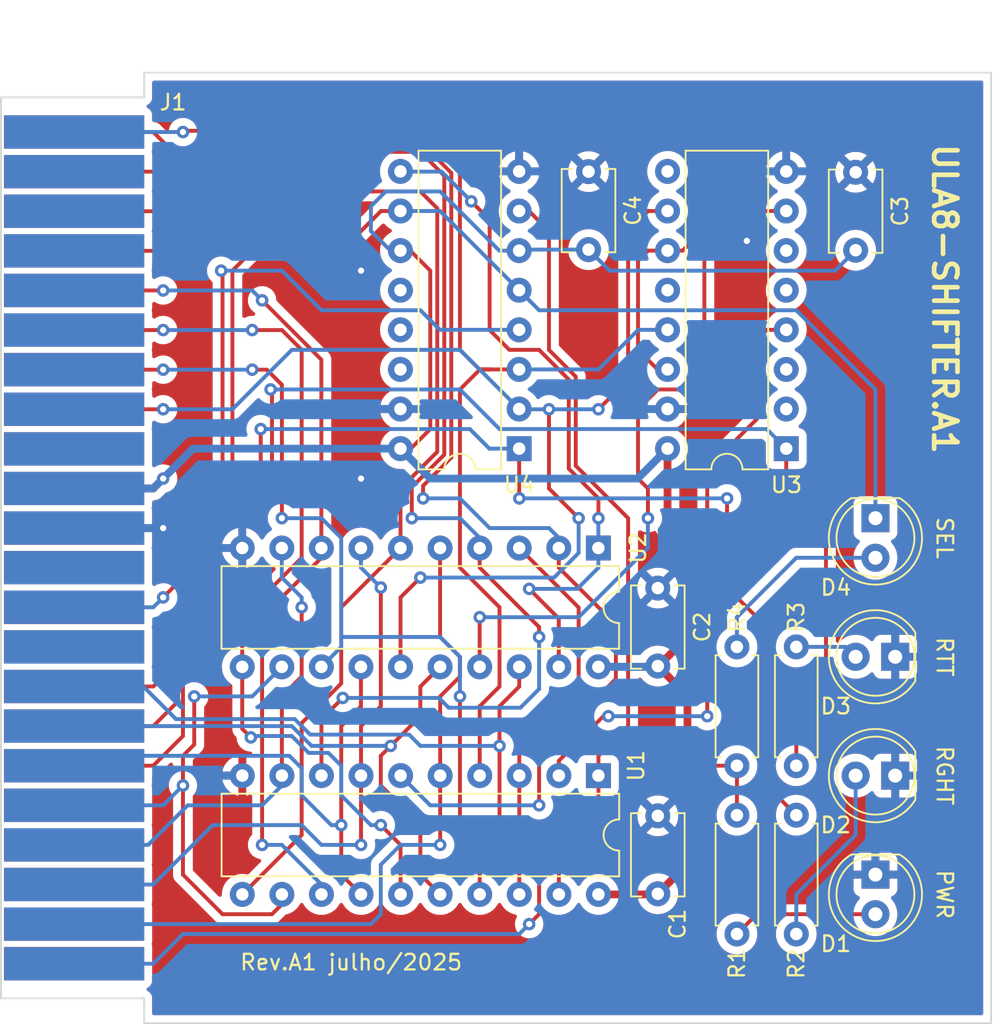
<source format=kicad_pcb>
(kicad_pcb (version 20211014) (generator pcbnew)
  (layers (0 "F.Cu" signal) (31 "B.Cu" signal) (34 "B.Paste" user) (35 "F.Paste" user) (36 "B.SilkS" user "B.Silkscreen") (37 "F.SilkS" user "F.Silkscreen") (38 "B.Mask" user) (39 "F.Mask" user) (44 "Edge.Cuts" user))
  (net 0 "")
  (net 1 "GND")
  (net 2 "+5V")
  (net 3 "Net-(D1-Pad2)")
  (net 4 "Net-(D2-Pad2)")
  (net 5 "lower_bus0")
  (net 6 "lower_bus1")
  (net 7 "lower_bus2")
  (net 8 "lower_bus3")
  (net 9 "lower_bus4")
  (net 10 "lower_bus5")
  (net 11 "lower_bus6")
  (net 12 "lower_bus7")
  (net 17 "n_select")
  (net 18 "Net-(R3-Pad2)")
  (net 19 "Net-(R4-Pad2)")
  (net 25 "carry_in")
  (net 28 "ula_bus0")
  (net 29 "ula_bus1")
  (net 30 "ula_bus2")
  (net 31 "ula_bus3")
  (net 32 "ula_bus4")
  (net 33 "ula_bus5")
  (net 34 "ula_bus6")
  (net 35 "ula_bus7")
  (net 36 "option_rigth")
  (net 37 "option_rotate")
  (net 46 "carry_out")
  (net 47 "n_shift_left")
  (net 48 "Net-(U1-Pad2)")
  (net 49 "n_shift_right")
  (net 50 "Net-(U2-Pad17)")
  (footprint "Package_DIP:DIP-20_W7.62mm" (layer "F.Cu") (at 66.675 69.85 -90)
    (fp_text reference "U1")
    (fp_text value "74LS244")
  )
  (footprint "LED_THT:LED_D5.0mm" (layer "F.Cu") (at 85.725 69.85 180)
    (fp_text reference "D2")
    (fp_text value "LED")
  )
  (footprint "Capacitor_THT:C_Disc_D5.1mm_W3.2mm_P5.00mm" (layer "F.Cu") (at 83.185 31.155 -90)
    (fp_text reference "C3")
    (fp_text value "100nF")
  )
  (footprint "edge_connector:edge-connector-44" (layer "F.Cu") (at 33.02 28.575)
    (fp_text reference "J1")
    (fp_text value "ula8a")
    (fp_line (start 4.5 -2.22) (end 4.5 -3.81) (layer "Edge.Cuts") (width 0.12))
    (fp_line (start -4.699 -2.22) (end -4.699 55.56) (layer "Edge.Cuts") (width 0.12))
    (fp_line (start 4.5 55.56) (end 4.5 57.15) (layer "Edge.Cuts") (width 0.12))
    (fp_line (start -4.699 55.56) (end 4.5 55.56) (layer "Edge.Cuts") (width 0.12))
    (fp_line (start -4.699 -2.22) (end 4.5 -2.22) (layer "Edge.Cuts") (width 0.12))
  )
  (footprint "Package_DIP:DIP-16_W7.62mm" (layer "F.Cu") (at 78.73 48.88 180)
    (fp_text reference "U3")
    (fp_text value "74LS157")
  )
  (footprint "Resistor_THT:R_Axial_DIN0207_L6.3mm_D2.5mm_P7.62mm_Horizontal" (layer "F.Cu") (at 75.565 69.215 90)
    (fp_text reference "R4")
    (fp_text value "1K")
  )
  (footprint "Capacitor_THT:C_Disc_D5.1mm_W3.2mm_P5.00mm" (layer "F.Cu") (at 70.485 72.43 -90)
    (fp_text reference "C1")
    (fp_text value "100nF")
  )
  (footprint "Resistor_THT:R_Axial_DIN0207_L6.3mm_D2.5mm_P7.62mm_Horizontal" (layer "F.Cu") (at 79.375 72.39 -90)
    (fp_text reference "R2")
    (fp_text value "1K")
  )
  (footprint "Resistor_THT:R_Axial_DIN0207_L6.3mm_D2.5mm_P7.62mm_Horizontal" (layer "F.Cu") (at 79.375 69.215 90)
    (fp_text reference "R3")
    (fp_text value "1K")
  )
  (footprint "Package_DIP:DIP-16_W7.62mm" (layer "F.Cu") (at 61.585 48.88 180)
    (fp_text reference "U4")
    (fp_text value "74LS157")
  )
  (footprint "LED_THT:LED_D5.0mm" (layer "F.Cu") (at 85.725 62.23 180)
    (fp_text reference "D3")
    (fp_text value "LED")
  )
  (footprint "Resistor_THT:R_Axial_DIN0207_L6.3mm_D2.5mm_P7.62mm_Horizontal" (layer "F.Cu") (at 75.565 72.39 -90)
    (fp_text reference "R1")
    (fp_text value "1K")
  )
  (footprint "Capacitor_THT:C_Disc_D5.1mm_W3.2mm_P5.00mm" (layer "F.Cu") (at 70.485 57.825 -90)
    (fp_text reference "C2")
    (fp_text value "100nF")
  )
  (footprint "LED_THT:LED_D5.0mm" (layer "F.Cu") (at 84.455 76.2 -90)
    (fp_text reference "D1")
    (fp_text value "LED")
  )
  (footprint "Package_DIP:DIP-20_W7.62mm" (layer "F.Cu") (at 66.67 55.255 -90)
    (fp_text reference "U2")
    (fp_text value "74LS244")
  )
  (footprint "LED_THT:LED_D5.0mm" (layer "F.Cu") (at 84.455 53.34 -90)
    (fp_text reference "D4")
    (fp_text value "LED")
  )
  (footprint "Capacitor_THT:C_Disc_D5.1mm_W3.2mm_P5.00mm" (layer "F.Cu") (at 66.04 31.115 -90)
    (fp_text reference "C4")
    (fp_text value "100nF")
  )
  (gr_line (start 91.881 85.725) (end 91.881 24.765) (layer "Edge.Cuts") (width 0.1))
  (gr_line (start 91.881 24.765) (end 37.52 24.765) (layer "Edge.Cuts") (width 0.1))
  (gr_line (start 37.52 85.725) (end 91.881 85.725) (layer "Edge.Cuts") (width 0.1))
  (gr_text "SEL" (at 88.9 54.61 270) (layer "F.SilkS") (effects (font (size 1 1))))
  (gr_text "PWR" (at 88.9 77.47 270) (layer "F.SilkS") (effects (font (size 1 1))))
  (gr_text "ULA8-SHIFTER.A1" (at 88.9 39.28 270) (layer "F.SilkS") (effects (font (size 1.5 1.5) (thickness 0.3))))
  (gr_text "RTT" (at 88.9 62.23 270) (layer "F.SilkS") (effects (font (size 1 1))))
  (gr_text "RGHT" (at 88.9 69.85 270) (layer "F.SilkS") (effects (font (size 1 1))))
  (gr_text "Rev.A1 julho/2025" (at 50.8 81.825) (layer "F.SilkS") (effects (font (size 1 1))))
  (via (at 76.2 35.56) (size 0.8) (drill 0.4) (layers "F.Cu" "B.Cu") (net 1))
  (via (at 51.435 37.465) (size 0.8) (drill 0.4) (layers "F.Cu" "B.Cu") (net 1))
  (via (at 38.735 53.975) (size 0.8) (drill 0.4) (layers "F.Cu" "B.Cu") (net 1))
  (via (at 51.435 50.8) (size 0.8) (drill 0.4) (layers "F.Cu" "B.Cu") (net 1))
  (segment (start 72.39 69.215) (end 72.39 64.73) (width 0.5) (layer "F.Cu") (net 2))
  (segment (start 72.39 55.245) (end 72.39 60.96) (width 0.5) (layer "F.Cu") (net 2))
  (segment (start 66.675 77.47) (end 69.215 77.47) (width 0.5) (layer "F.Cu") (net 2))
  (segment (start 70.485 77.43) (end 72.39 75.525) (width 0.5) (layer "F.Cu") (net 2))
  (segment (start 33.02 51.435) (end 38.1 51.435) (width 0.5) (layer "F.Cu") (net 2))
  (segment (start 72.39 75.525) (end 72.39 69.215) (width 0.5) (layer "F.Cu") (net 2))
  (segment (start 55.88 37.465) (end 55.88 47.625) (width 0.25) (layer "F.Cu") (net 2))
  (segment (start 75.565 69.215) (end 72.39 69.215) (width 0.25) (layer "F.Cu") (net 2))
  (segment (start 75.565 69.215) (end 75.565 72.39) (width 0.25) (layer "F.Cu") (net 2))
  (segment (start 70.445 77.47) (end 70.485 77.43) (width 0.5) (layer "F.Cu") (net 2))
  (segment (start 69.215 77.47) (end 70.445 77.47) (width 0.5) (layer "F.Cu") (net 2))
  (segment (start 54.625 48.88) (end 53.965 48.88) (width 0.25) (layer "F.Cu") (net 2))
  (segment (start 71.11 53.965) (end 72.39 55.245) (width 0.5) (layer "F.Cu") (net 2))
  (segment (start 54.595 36.18) (end 55.88 37.465) (width 0.25) (layer "F.Cu") (net 2))
  (segment (start 72.39 64.73) (end 70.485 62.825) (width 0.5) (layer "F.Cu") (net 2))
  (segment (start 55.88 47.625) (end 54.625 48.88) (width 0.25) (layer "F.Cu") (net 2))
  (segment (start 71.11 48.88) (end 71.11 53.965) (width 0.5) (layer "F.Cu") (net 2))
  (segment (start 53.965 36.18) (end 54.595 36.18) (width 0.25) (layer "F.Cu") (net 2))
  (segment (start 72.39 60.96) (end 70.475 62.875) (width 0.5) (layer "F.Cu") (net 2))
  (segment (start 38.1 51.435) (end 38.735 50.8) (width 0.5) (layer "F.Cu") (net 2))
  (via (at 38.735 50.8) (size 0.8) (drill 0.4) (layers "F.Cu" "B.Cu") (net 2))
  (segment (start 67.39 37.465) (end 81.875 37.465) (width 0.25) (layer "B.Cu") (net 2))
  (segment (start 60.31 36.18) (end 56.515 32.385) (width 0.25) (layer "B.Cu") (net 2))
  (segment (start 53.355 36.18) (end 53.965 36.18) (width 0.25) (layer "B.Cu") (net 2))
  (segment (start 38.735 50.8) (end 38.1 51.435) (width 0.5) (layer "B.Cu") (net 2))
  (segment (start 56.515 32.385) (end 53.0225 32.385) (width 0.25) (layer "B.Cu") (net 2))
  (segment (start 69.19 50.8) (end 71.11 48.88) (width 0.5) (layer "B.Cu") (net 2))
  (segment (start 66.04 36.115) (end 61.65 36.115) (width 0.25) (layer "B.Cu") (net 2))
  (segment (start 38.735 50.8) (end 40.655 48.88) (width 0.5) (layer "B.Cu") (net 2))
  (segment (start 52.07 34.925) (end 53.34 36.195) (width 0.25) (layer "B.Cu") (net 2))
  (segment (start 81.875 37.465) (end 83.185 36.155) (width 0.25) (layer "B.Cu") (net 2))
  (segment (start 53.965 48.88) (end 55.885 50.8) (width 0.5) (layer "B.Cu") (net 2))
  (segment (start 70.475 62.875) (end 66.67 62.875) (width 0.5) (layer "B.Cu") (net 2))
  (segment (start 66.67 62.875) (end 70.435 62.875) (width 0.5) (layer "B.Cu") (net 2))
  (segment (start 61.65 36.115) (end 61.585 36.18) (width 0.25) (layer "B.Cu") (net 2))
  (segment (start 52.07 33.3375) (end 52.07 34.925) (width 0.25) (layer "B.Cu") (net 2))
  (segment (start 70.435 62.875) (end 70.485 62.825) (width 0.5) (layer "B.Cu") (net 2))
  (segment (start 66.04 36.115) (end 67.39 37.465) (width 0.25) (layer "B.Cu") (net 2))
  (segment (start 61.585 36.18) (end 60.31 36.18) (width 0.25) (layer "B.Cu") (net 2))
  (segment (start 53.34 36.195) (end 53.355 36.18) (width 0.25) (layer "B.Cu") (net 2))
  (segment (start 38.1 51.435) (end 33.02 51.435) (width 0.5) (layer "B.Cu") (net 2))
  (segment (start 40.655 48.88) (end 53.965 48.88) (width 0.5) (layer "B.Cu") (net 2))
  (segment (start 53.0225 32.385) (end 52.07 33.3375) (width 0.25) (layer "B.Cu") (net 2))
  (segment (start 55.885 50.8) (end 69.19 50.8) (width 0.5) (layer "B.Cu") (net 2))
  (segment (start 76.835 78.74) (end 75.565 80.01) (width 0.25) (layer "F.Cu") (net 3))
  (segment (start 84.455 78.74) (end 76.835 78.74) (width 0.25) (layer "F.Cu") (net 3))
  (segment (start 79.375 80.01) (end 79.375 77.47) (width 0.25) (layer "B.Cu") (net 4))
  (segment (start 83.185 73.66) (end 83.185 69.85) (width 0.25) (layer "B.Cu") (net 4))
  (segment (start 79.375 77.47) (end 83.185 73.66) (width 0.25) (layer "B.Cu") (net 4))
  (segment (start 57.785 42.545) (end 59.04 43.8) (width 0.25) (layer "F.Cu") (net 5))
  (segment (start 59.705 43.8) (end 61.585 43.8) (width 0.25) (layer "F.Cu") (net 5))
  (segment (start 51.697605 28.94596) (end 55.617396 28.94596) (width 0.25) (layer "F.Cu") (net 5))
  (segment (start 59.07 43.8) (end 59.705 43.8) (width 0.25) (layer "F.Cu") (net 5))
  (segment (start 55.617396 28.94596) (end 57.785 31.113564) (width 0.25) (layer "F.Cu") (net 5))
  (segment (start 50.798564 29.845) (end 51.697605 28.94596) (width 0.25) (layer "F.Cu") (net 5))
  (segment (start 59.04 43.8) (end 59.705 43.8) (width 0.25) (layer "F.Cu") (net 5))
  (segment (start 60.325 64.135) (end 60.325 59.055) (width 0.25) (layer "F.Cu") (net 5))
  (segment (start 57.785 31.113564) (end 57.785 42.545) (width 0.25) (layer "F.Cu") (net 5))
  (segment (start 57.785 45.085) (end 59.07 43.8) (width 0.25) (layer "F.Cu") (net 5))
  (segment (start 33.02 28.575) (end 38.1 28.575) (width 0.25) (layer "F.Cu") (net 5))
  (segment (start 59.055 65.405) (end 60.325 64.135) (width 0.25) (layer "F.Cu") (net 5))
  (segment (start 39.37 29.845) (end 50.798564 29.845) (width 0.25) (layer "F.Cu") (net 5))
  (segment (start 60.325 59.055) (end 57.785 56.515) (width 0.25) (layer "F.Cu") (net 5))
  (segment (start 38.1 28.575) (end 39.37 29.845) (width 0.25) (layer "F.Cu") (net 5))
  (segment (start 57.785 56.515) (end 57.785 45.085) (width 0.25) (layer "F.Cu") (net 5))
  (segment (start 59.055 69.85) (end 59.055 65.405) (width 0.25) (layer "F.Cu") (net 5))
  (segment (start 69.23 41.26) (end 71.11 41.26) (width 0.25) (layer "B.Cu") (net 5))
  (segment (start 66.69 43.8) (end 69.23 41.26) (width 0.25) (layer "B.Cu") (net 5))
  (segment (start 61.585 43.8) (end 66.69 43.8) (width 0.25) (layer "B.Cu") (net 5))
  (segment (start 62.865 68.58) (end 67.794511 63.650489) (width 0.25) (layer "F.Cu") (net 6))
  (segment (start 67.794511 63.650489) (end 67.794511 60.174511) (width 0.25) (layer "F.Cu") (net 6))
  (segment (start 55.431197 29.39548) (end 51.883802 29.39548) (width 0.25) (layer "F.Cu") (net 6))
  (segment (start 67.794511 60.174511) (end 64.13 56.51) (width 0.25) (layer "F.Cu") (net 6))
  (segment (start 55.419 52.07) (end 55.419 51.262436) (width 0.25) (layer "F.Cu") (net 6))
  (segment (start 64.13 56.51) (end 64.13 55.255) (width 0.25) (layer "F.Cu") (net 6))
  (segment (start 51.883802 29.39548) (end 50.164282 31.115) (width 0.25) (layer "F.Cu") (net 6))
  (segment (start 57.22856 49.452875) (end 57.22856 31.192842) (width 0.25) (layer "F.Cu") (net 6))
  (segment (start 57.22856 31.192842) (end 55.431197 29.39548) (width 0.25) (layer "F.Cu") (net 6))
  (segment (start 62.865 71.755) (end 62.865 68.58) (width 0.25) (layer "F.Cu") (net 6))
  (segment (start 50.164282 31.115) (end 33.02 31.115) (width 0.25) (layer "F.Cu") (net 6))
  (segment (start 55.419 51.262436) (end 57.22856 49.452875) (width 0.25) (layer "F.Cu") (net 6))
  (via (at 62.865 71.755) (size 0.8) (drill 0.4) (layers "F.Cu" "B.Cu") (net 6))
  (via (at 55.419 52.07) (size 0.8) (drill 0.4) (layers "F.Cu" "B.Cu") (net 6))
  (segment (start 57.785 52.07) (end 59.69 53.975) (width 0.25) (layer "B.Cu") (net 6))
  (segment (start 59.69 53.975) (end 63.5 53.975) (width 0.25) (layer "B.Cu") (net 6))
  (segment (start 62.865 71.755) (end 55.88 71.755) (width 0.25) (layer "B.Cu") (net 6))
  (segment (start 63.5 53.975) (end 64.13 54.605) (width 0.25) (layer "B.Cu") (net 6))
  (segment (start 55.88 71.755) (end 53.975 69.85) (width 0.25) (layer "B.Cu") (net 6))
  (segment (start 55.419 52.07) (end 57.785 52.07) (width 0.25) (layer "B.Cu") (net 6))
  (segment (start 64.13 54.605) (end 64.13 55.255) (width 0.25) (layer "B.Cu") (net 6))
  (segment (start 54.6945 51.351218) (end 56.77904 49.266678) (width 0.25) (layer "F.Cu") (net 7))
  (segment (start 48.895 66.234791) (end 48.895 69.85) (width 0.25) (layer "F.Cu") (net 7))
  (segment (start 59.05 56.51) (end 59.05 55.255) (width 0.25) (layer "F.Cu") (net 7))
  (segment (start 56.77904 31.37904) (end 55.245 29.845) (width 0.25) (layer "F.Cu") (net 7))
  (segment (start 52.07 29.845) (end 49.97952 31.93548) (width 0.25) (layer "F.Cu") (net 7))
  (segment (start 50.262396 64.867395) (end 48.895 66.234791) (width 0.25) (layer "F.Cu") (net 7))
  (segment (start 56.77904 49.266678) (end 56.77904 31.37904) (width 0.25) (layer "F.Cu") (net 7))
  (segment (start 49.97952 31.93548) (end 39.81952 31.93548) (width 0.25) (layer "F.Cu") (net 7))
  (segment (start 62.865 60.325) (end 59.05 56.51) (width 0.25) (layer "F.Cu") (net 7))
  (segment (start 55.245 29.845) (end 52.07 29.845) (width 0.25) (layer "F.Cu") (net 7))
  (segment (start 39.81952 31.93548) (end 38.1 33.655) (width 0.25) (layer "F.Cu") (net 7))
  (segment (start 38.1 33.655) (end 33.02 33.655) (width 0.25) (layer "F.Cu") (net 7))
  (segment (start 54.6945 53.34) (end 54.6945 51.351218) (width 0.25) (layer "F.Cu") (net 7))
  (segment (start 62.865 60.96) (end 62.865 60.325) (width 0.25) (layer "F.Cu") (net 7))
  (via (at 50.262396 64.867395) (size 0.8) (drill 0.4) (layers "F.Cu" "B.Cu") (net 7))
  (via (at 54.6945 53.34) (size 0.8) (drill 0.4) (layers "F.Cu" "B.Cu") (net 7))
  (via (at 62.865 60.96) (size 0.8) (drill 0.4) (layers "F.Cu" "B.Cu") (net 7))
  (segment (start 57.785 53.34) (end 59.05 54.605) (width 0.25) (layer "B.Cu") (net 7))
  (segment (start 56.433373 64.867395) (end 57.060489 65.494511) (width 0.25) (layer "B.Cu") (net 7))
  (segment (start 62.865 64.29765) (end 61.668139 65.494511) (width 0.25) (layer "B.Cu") (net 7))
  (segment (start 50.262396 64.867395) (end 56.433373 64.867395) (width 0.25) (layer "B.Cu") (net 7))
  (segment (start 54.6945 53.34) (end 57.785 53.34) (width 0.25) (layer "B.Cu") (net 7))
  (segment (start 61.668139 65.494511) (end 57.060489 65.494511) (width 0.25) (layer "B.Cu") (net 7))
  (segment (start 59.05 54.605) (end 59.05 55.255) (width 0.25) (layer "B.Cu") (net 7))
  (segment (start 62.865 60.96) (end 62.865 64.29765) (width 0.25) (layer "B.Cu") (net 7))
  (segment (start 50.165 59.055) (end 50.165 63.940193) (width 0.25) (layer "F.Cu") (net 8))
  (segment (start 53.97 51.44) (end 53.97 55.255) (width 0.25) (layer "F.Cu") (net 8))
  (segment (start 38.1 36.195) (end 39.37 34.925) (width 0.25) (layer "F.Cu") (net 8))
  (segment (start 53.97 55.255) (end 52.845489 56.379511) (width 0.25) (layer "F.Cu") (net 8))
  (segment (start 56.32952 49.08048) (end 53.97 51.44) (width 0.25) (layer "F.Cu") (net 8))
  (segment (start 55.245 32.385) (end 56.32952 33.46952) (width 0.25) (layer "F.Cu") (net 8))
  (segment (start 52.840489 56.379511) (end 50.165 59.055) (width 0.25) (layer "F.Cu") (net 8))
  (segment (start 47.625 73.66) (end 43.815 77.47) (width 0.25) (layer "F.Cu") (net 8))
  (segment (start 40.005718 32.385) (end 55.245 32.385) (width 0.25) (layer "F.Cu") (net 8))
  (segment (start 50.165 63.940193) (end 47.625 66.480193) (width 0.25) (layer "F.Cu") (net 8))
  (segment (start 39.37 33.020718) (end 40.005718 32.385) (width 0.25) (layer "F.Cu") (net 8))
  (segment (start 47.625 66.480193) (end 47.625 73.66) (width 0.25) (layer "F.Cu") (net 8))
  (segment (start 56.32952 33.46952) (end 56.32952 49.08048) (width 0.25) (layer "F.Cu") (net 8))
  (segment (start 39.37 34.925) (end 39.37 33.020718) (width 0.25) (layer "F.Cu") (net 8))
  (segment (start 52.845489 56.379511) (end 52.840489 56.379511) (width 0.25) (layer "F.Cu") (net 8))
  (segment (start 33.02 36.195) (end 38.1 36.195) (width 0.25) (layer "F.Cu") (net 8))
  (segment (start 48.89 43.175) (end 48.89 55.255) (width 0.25) (layer "F.Cu") (net 9))
  (segment (start 48.89 55.885) (end 48.89 55.255) (width 0.25) (layer "F.Cu") (net 9))
  (segment (start 45.085 59.69) (end 48.89 55.885) (width 0.25) (layer "F.Cu") (net 9))
  (segment (start 45.085 39.37) (end 48.89 43.175) (width 0.25) (layer "F.Cu") (net 9))
  (segment (start 45.085 74.295) (end 45.085 59.69) (width 0.25) (layer "F.Cu") (net 9))
  (segment (start 33.02 38.735) (end 38.735 38.735) (width 0.25) (layer "F.Cu") (net 9))
  (via (at 38.735 38.735) (size 0.8) (drill 0.4) (layers "F.Cu" "B.Cu") (net 9))
  (via (at 45.085 74.295) (size 0.8) (drill 0.4) (layers "F.Cu" "B.Cu") (net 9))
  (via (at 45.085 39.37) (size 0.8) (drill 0.4) (layers "F.Cu" "B.Cu") (net 9))
  (segment (start 44.45 38.735) (end 45.085 39.37) (width 0.25) (layer "B.Cu") (net 9))
  (segment (start 38.735 38.735) (end 44.45 38.735) (width 0.25) (layer "B.Cu") (net 9))
  (segment (start 46.355 74.295) (end 48.895 76.835) (width 0.25) (layer "B.Cu") (net 9))
  (segment (start 45.085 74.295) (end 46.355 74.295) (width 0.25) (layer "B.Cu") (net 9))
  (segment (start 48.895 76.835) (end 48.895 77.47) (width 0.25) (layer "B.Cu") (net 9))
  (segment (start 53.975 74.295) (end 53.975 77.47) (width 0.25) (layer "F.Cu") (net 10))
  (segment (start 52.705 73.025) (end 53.975 74.295) (width 0.25) (layer "F.Cu") (net 10))
  (segment (start 33.02 41.275) (end 38.735 41.275) (width 0.25) (layer "F.Cu") (net 10))
  (segment (start 43.81 59.695) (end 43.81 62.875) (width 0.25) (layer "F.Cu") (net 10))
  (segment (start 44.3605 67.3995) (end 43.81 66.849) (width 0.25) (layer "F.Cu") (net 10))
  (segment (start 43.81 66.849) (end 43.81 62.875) (width 0.25) (layer "F.Cu") (net 10))
  (segment (start 47.625 42.545718) (end 47.625 55.88) (width 0.25) (layer "F.Cu") (net 10))
  (segment (start 47.625 55.88) (end 43.81 59.695) (width 0.25) (layer "F.Cu") (net 10))
  (segment (start 44.45 41.275) (end 46.354282 41.275) (width 0.25) (layer "F.Cu") (net 10))
  (segment (start 46.354282 41.275) (end 47.625 42.545718) (width 0.25) (layer "F.Cu") (net 10))
  (via (at 44.3605 67.3995) (size 0.8) (drill 0.4) (layers "F.Cu" "B.Cu") (net 10))
  (via (at 52.705 73.025) (size 0.8) (drill 0.4) (layers "F.Cu" "B.Cu") (net 10))
  (via (at 44.45 41.275) (size 0.8) (drill 0.4) (layers "F.Cu" "B.Cu") (net 10))
  (via (at 38.735 41.275) (size 0.8) (drill 0.4) (layers "F.Cu" "B.Cu") (net 10))
  (segment (start 44.45 41.275) (end 38.735 41.275) (width 0.25) (layer "B.Cu") (net 10))
  (segment (start 49.34452 68.39452) (end 50.165 69.215) (width 0.25) (layer "B.Cu") (net 10))
  (segment (start 50.165 71.12) (end 52.07 73.025) (width 0.25) (layer "B.Cu") (net 10))
  (segment (start 46.99 67.31) (end 48.07452 68.39452) (width 0.25) (layer "B.Cu") (net 10))
  (segment (start 52.07 73.025) (end 52.705 73.025) (width 0.25) (layer "B.Cu") (net 10))
  (segment (start 44.45 67.31) (end 46.99 67.31) (width 0.25) (layer "B.Cu") (net 10))
  (segment (start 48.07452 68.39452) (end 49.34452 68.39452) (width 0.25) (layer "B.Cu") (net 10))
  (segment (start 50.165 69.215) (end 50.165 71.12) (width 0.25) (layer "B.Cu") (net 10))
  (segment (start 44.3605 67.3995) (end 44.45 67.31) (width 0.25) (layer "B.Cu") (net 10))
  (segment (start 57.785 64.77) (end 57.785 73.025) (width 0.25) (layer "F.Cu") (net 11))
  (segment (start 59.055 74.295) (end 59.055 77.47) (width 0.25) (layer "F.Cu") (net 11))
  (segment (start 45.385114 43.815) (end 46.355 44.784886) (width 0.25) (layer "F.Cu") (net 11))
  (segment (start 57.785 73.025) (end 59.055 74.295) (width 0.25) (layer "F.Cu") (net 11))
  (segment (start 44.45 43.815) (end 45.385114 43.815) (width 0.25) (layer "F.Cu") (net 11))
  (segment (start 46.355 44.784886) (end 46.355 53.34) (width 0.25) (layer "F.Cu") (net 11))
  (segment (start 38.735 43.815) (end 33.02 43.815) (width 0.25) (layer "F.Cu") (net 11))
  (via (at 57.785 64.77) (size 0.8) (drill 0.4) (layers "F.Cu" "B.Cu") (net 11))
  (via (at 46.355 53.34) (size 0.8) (drill 0.4) (layers "F.Cu" "B.Cu") (net 11))
  (via (at 38.735 43.815) (size 0.8) (drill 0.4) (layers "F.Cu" "B.Cu") (net 11))
  (via (at 44.45 43.815) (size 0.8) (drill 0.4) (layers "F.Cu" "B.Cu") (net 11))
  (segment (start 44.45 43.815) (end 38.735 43.815) (width 0.25) (layer "B.Cu") (net 11))
  (segment (start 56.515 60.96) (end 50.165 60.96) (width 0.25) (layer "B.Cu") (net 11))
  (segment (start 48.895 53.34) (end 50.165 54.61) (width 0.25) (layer "B.Cu") (net 11))
  (segment (start 57.785 62.23) (end 56.515 60.96) (width 0.25) (layer "B.Cu") (net 11))
  (segment (start 50.165 61.6) (end 48.89 62.875) (width 0.25) (layer "B.Cu") (net 11))
  (segment (start 57.785 64.77) (end 57.785 62.23) (width 0.25) (layer "B.Cu") (net 11))
  (segment (start 46.355 53.34) (end 48.895 53.34) (width 0.25) (layer "B.Cu") (net 11))
  (segment (start 50.165 54.61) (end 50.165 61.6) (width 0.25) (layer "B.Cu") (net 11))
  (segment (start 63.5 51.435) (end 65.405 53.34) (width 0.25) (layer "F.Cu") (net 12))
  (segment (start 68.58 34.925) (end 69.865 33.64) (width 0.25) (layer "F.Cu") (net 12))
  (segment (start 68.58 44.45) (end 68.58 34.925) (width 0.25) (layer "F.Cu") (net 12))
  (segment (start 69.865 33.64) (end 71.11 33.64) (width 0.25) (layer "F.Cu") (net 12))
  (segment (start 66.675 46.355) (end 68.58 44.45) (width 0.25) (layer "F.Cu") (net 12))
  (segment (start 55.245 57.15) (end 53.97 58.425) (width 0.25) (layer "F.Cu") (net 12))
  (segment (start 63.5 46.355) (end 63.5 51.435) (width 0.25) (layer "F.Cu") (net 12))
  (segment (start 53.97 58.425) (end 53.97 62.875) (width 0.25) (layer "F.Cu") (net 12))
  (segment (start 33.02 46.355) (end 38.735 46.355) (width 0.25) (layer "F.Cu") (net 12))
  (via (at 65.405 53.34) (size 0.8) (drill 0.4) (layers "F.Cu" "B.Cu") (net 12))
  (via (at 66.675 46.355) (size 0.8) (drill 0.4) (layers "F.Cu" "B.Cu") (net 12))
  (via (at 38.735 46.355) (size 0.8) (drill 0.4) (layers "F.Cu" "B.Cu") (net 12))
  (via (at 63.5 46.355) (size 0.8) (drill 0.4) (layers "F.Cu" "B.Cu") (net 12))
  (via (at 55.245 57.15) (size 0.8) (drill 0.4) (layers "F.Cu" "B.Cu") (net 12))
  (segment (start 43.18 46.355) (end 46.99 42.545) (width 0.25) (layer "B.Cu") (net 12))
  (segment (start 46.99 42.545) (end 57.79 42.545) (width 0.25) (layer "B.Cu") (net 12))
  (segment (start 61.585 46.34) (end 61.6 46.355) (width 0.25) (layer "B.Cu") (net 12))
  (segment (start 61.6 46.355) (end 66.675 46.355) (width 0.25) (layer "B.Cu") (net 12))
  (segment (start 65.405 53.34) (end 65.405 55.5703) (width 0.25) (layer "B.Cu") (net 12))
  (segment (start 38.735 46.355) (end 43.18 46.355) (width 0.25) (layer "B.Cu") (net 12))
  (segment (start 65.405 55.5703) (end 63.8253 57.15) (width 0.25) (layer "B.Cu") (net 12))
  (segment (start 63.8253 57.15) (end 55.245 57.15) (width 0.25) (layer "B.Cu") (net 12))
  (segment (start 57.79 42.545) (end 61.585 46.34) (width 0.25) (layer "B.Cu") (net 12))
  (segment (start 38.1 64.135) (end 39.10596 63.12904) (width 0.25) (layer "F.Cu") (net 17))
  (segment (start 44.45 36.195) (end 50.165 36.195) (width 0.25) (layer "F.Cu") (net 17))
  (segment (start 41.01096 53.974282) (end 43.18 51.805242) (width 0.25) (layer "F.Cu") (net 17))
  (segment (start 39.10596 63.12904) (end 39.10596 59.952604) (width 0.25) (layer "F.Cu") (net 17))
  (segment (start 52.72 33.64) (end 53.965 33.64) (width 0.25) (layer "F.Cu") (net 17))
  (segment (start 39.10596 59.952604) (end 41.01096 58.047604) (width 0.25) (layer "F.Cu") (net 17))
  (segment (start 43.18 37.465) (end 44.45 36.195) (width 0.25) (layer "F.Cu") (net 17))
  (segment (start 43.18 51.805242) (end 43.18 37.465) (width 0.25) (layer "F.Cu") (net 17))
  (segment (start 33.02 64.135) (end 38.1 64.135) (width 0.25) (layer "F.Cu") (net 17))
  (segment (start 41.01096 58.047604) (end 41.01096 53.974282) (width 0.25) (layer "F.Cu") (net 17))
  (segment (start 50.165 36.195) (end 52.72 33.64) (width 0.25) (layer "F.Cu") (net 17))
  (segment (start 79.375 40.005) (end 84.1375 44.7675) (width 0.25) (layer "B.Cu") (net 17))
  (segment (start 53.965 33.64) (end 56.505 33.64) (width 0.25) (layer "B.Cu") (net 17))
  (segment (start 61.585 38.72) (end 62.87 40.005) (width 0.25) (layer "B.Cu") (net 17))
  (segment (start 62.87 40.005) (end 79.375 40.005) (width 0.25) (layer "B.Cu") (net 17))
  (segment (start 56.505 33.64) (end 61.585 38.72) (width 0.25) (layer "B.Cu") (net 17))
  (segment (start 84.455 53.34) (end 84.455 45.085) (width 0.25) (layer "B.Cu") (net 17))
  (segment (start 84.455 45.085) (end 84.1375 44.7675) (width 0.25) (layer "B.Cu") (net 17))
  (segment (start 82.55 61.595) (end 83.185 62.23) (width 0.25) (layer "B.Cu") (net 18))
  (segment (start 79.375 61.595) (end 82.55 61.595) (width 0.25) (layer "B.Cu") (net 18))
  (segment (start 76.835 58.42) (end 75.565 59.69) (width 0.25) (layer "B.Cu") (net 19))
  (segment (start 75.565 59.69) (end 75.565 61.595) (width 0.25) (layer "B.Cu") (net 19))
  (segment (start 76.835 58.42) (end 79.375 55.88) (width 0.25) (layer "B.Cu") (net 19))
  (segment (start 79.375 55.88) (end 84.455 55.88) (width 0.25) (layer "B.Cu") (net 19))
  (segment (start 73.025 35.23) (end 73.025 30.48) (width 0.25) (layer "F.Cu") (net 25))
  (segment (start 69.215 36.83) (end 69.865 36.18) (width 0.25) (layer "F.Cu") (net 25))
  (segment (start 69.215 42.545) (end 69.215 36.83) (width 0.25) (layer "F.Cu") (net 25))
  (segment (start 73.025 30.48) (end 71.04144 28.49644) (width 0.25) (layer "F.Cu") (net 25))
  (segment (start 71.11 36.18) (end 72.075 36.18) (width 0.25) (layer "F.Cu") (net 25))
  (segment (start 70.47 43.8) (end 69.215 42.545) (width 0.25) (layer "F.Cu") (net 25))
  (segment (start 71.11 43.8) (end 70.47 43.8) (width 0.25) (layer "F.Cu") (net 25))
  (segment (start 40.08356 28.49644) (end 40.005 28.575) (width 0.25) (layer "F.Cu") (net 25))
  (segment (start 72.075 36.18) (end 73.025 35.23) (width 0.25) (layer "F.Cu") (net 25))
  (segment (start 71.04144 28.49644) (end 40.08356 28.49644) (width 0.25) (layer "F.Cu") (net 25))
  (segment (start 69.865 36.18) (end 72.075 36.18) (width 0.25) (layer "F.Cu") (net 25))
  (via (at 40.005 28.575) (size 0.8) (drill 0.4) (layers "F.Cu" "B.Cu") (net 25))
  (segment (start 40.005 28.575) (end 33.02 28.575) (width 0.25) (layer "B.Cu") (net 25))
  (segment (start 60.325 73.66) (end 61.595 74.93) (width 0.25) (layer "F.Cu") (net 28))
  (segment (start 60.325 65.405) (end 61.59 64.14) (width 0.25) (layer "F.Cu") (net 28))
  (segment (start 61.59 64.14) (end 61.59 62.875) (width 0.25) (layer "F.Cu") (net 28))
  (segment (start 60.325 67.945) (end 60.325 65.405) (width 0.25) (layer "F.Cu") (net 28))
  (segment (start 61.595 74.93) (end 61.595 77.47) (width 0.25) (layer "F.Cu") (net 28))
  (segment (start 60.325 67.945) (end 60.325 73.66) (width 0.25) (layer "F.Cu") (net 28))
  (via (at 60.325 67.945) (size 0.8) (drill 0.4) (layers "F.Cu" "B.Cu") (net 28))
  (segment (start 37.465 64.135) (end 33.02 64.135) (width 0.25) (layer "B.Cu") (net 28))
  (segment (start 48.171936 67.2205) (end 47.176915 66.22548) (width 0.25) (layer "B.Cu") (net 28))
  (segment (start 47.176915 66.22548) (end 39.55548 66.22548) (width 0.25) (layer "B.Cu") (net 28))
  (segment (start 54.5205 67.2205) (end 48.171936 67.2205) (width 0.25) (layer "B.Cu") (net 28))
  (segment (start 60.325 67.945) (end 55.245 67.945) (width 0.25) (layer "B.Cu") (net 28))
  (segment (start 55.245 67.945) (end 54.5205 67.2205) (width 0.25) (layer "B.Cu") (net 28))
  (segment (start 39.55548 66.22548) (end 37.465 64.135) (width 0.25) (layer "B.Cu") (net 28))
  (segment (start 55.245 73.025) (end 55.245 76.2) (width 0.25) (layer "F.Cu") (net 29))
  (segment (start 52.705 68.58) (end 52.705 70.485) (width 0.25) (layer "F.Cu") (net 29))
  (segment (start 55.245 76.2) (end 56.515 77.47) (width 0.25) (layer "F.Cu") (net 29))
  (segment (start 55.245 66.04) (end 55.245 64.14) (width 0.25) (layer "F.Cu") (net 29))
  (segment (start 52.705 70.485) (end 55.245 73.025) (width 0.25) (layer "F.Cu") (net 29))
  (segment (start 55.245 64.14) (end 56.51 62.875) (width 0.25) (layer "F.Cu") (net 29))
  (segment (start 53.34 67.945) (end 52.705 68.58) (width 0.25) (layer "F.Cu") (net 29))
  (segment (start 53.34 67.945) (end 55.245 66.04) (width 0.25) (layer "F.Cu") (net 29))
  (via (at 53.34 67.945) (size 0.8) (drill 0.4) (layers "F.Cu" "B.Cu") (net 29))
  (segment (start 46.990718 66.675) (end 33.02 66.675) (width 0.25) (layer "B.Cu") (net 29))
  (segment (start 53.34 67.945) (end 48.260718 67.945) (width 0.25) (layer "B.Cu") (net 29))
  (segment (start 48.260718 67.945) (end 46.990718 66.675) (width 0.25) (layer "B.Cu") (net 29))
  (segment (start 50.165 66.675) (end 51.43 65.41) (width 0.25) (layer "F.Cu") (net 30))
  (segment (start 50.165 73.025) (end 50.165 66.675) (width 0.25) (layer "F.Cu") (net 30))
  (segment (start 50.165 76.2) (end 51.435 77.47) (width 0.25) (layer "F.Cu") (net 30))
  (segment (start 51.43 65.41) (end 51.43 62.875) (width 0.25) (layer "F.Cu") (net 30))
  (segment (start 50.165 73.025) (end 50.165 76.2) (width 0.25) (layer "F.Cu") (net 30))
  (via (at 50.165 73.025) (size 0.8) (drill 0.4) (layers "F.Cu" "B.Cu") (net 30))
  (segment (start 47.625 71.12) (end 47.625 69.37235) (width 0.25) (layer "B.Cu") (net 30))
  (segment (start 47.625 69.37235) (end 46.83265 68.58) (width 0.25) (layer "B.Cu") (net 30))
  (segment (start 33.655 68.58) (end 33.02 69.215) (width 0.25) (layer "B.Cu") (net 30))
  (segment (start 46.83265 68.58) (end 33.655 68.58) (width 0.25) (layer "B.Cu") (net 30))
  (segment (start 49.53 73.025) (end 47.625 71.12) (width 0.25) (layer "B.Cu") (net 30))
  (segment (start 50.165 73.025) (end 49.53 73.025) (width 0.25) (layer "B.Cu") (net 30))
  (segment (start 45.72 78.74) (end 46.355 78.105) (width 0.25) (layer "F.Cu") (net 31))
  (segment (start 40.005 68.58) (end 40.005 70.485) (width 0.25) (layer "F.Cu") (net 31))
  (segment (start 42.545 78.74) (end 45.72 78.74) (width 0.25) (layer "F.Cu") (net 31))
  (segment (start 40.7295 67.8555) (end 40.005 68.58) (width 0.25) (layer "F.Cu") (net 31))
  (segment (start 40.005 76.2) (end 42.545 78.74) (width 0.25) (layer "F.Cu") (net 31))
  (segment (start 40.7295 64.77) (end 40.7295 67.8555) (width 0.25) (layer "F.Cu") (net 31))
  (segment (start 46.355 78.105) (end 46.355 77.47) (width 0.25) (layer "F.Cu") (net 31))
  (segment (start 40.005 70.485) (end 40.005 76.2) (width 0.25) (layer "F.Cu") (net 31))
  (via (at 40.005 70.485) (size 0.8) (drill 0.4) (layers "F.Cu" "B.Cu") (net 31))
  (via (at 40.7295 64.77) (size 0.8) (drill 0.4) (layers "F.Cu" "B.Cu") (net 31))
  (segment (start 40.7295 64.77) (end 44.455 64.77) (width 0.25) (layer "B.Cu") (net 31))
  (segment (start 44.455 64.77) (end 46.35 62.875) (width 0.25) (layer "B.Cu") (net 31))
  (segment (start 33.02 71.755) (end 38.735 71.755) (width 0.25) (layer "B.Cu") (net 31))
  (segment (start 38.735 71.755) (end 40.005 70.485) (width 0.25) (layer "B.Cu") (net 31))
  (segment (start 47.625 59.055) (end 47.625 63.5) (width 0.25) (layer "F.Cu") (net 32))
  (segment (start 47.625 63.5) (end 46.355 64.77) (width 0.25) (layer "F.Cu") (net 32))
  (segment (start 46.355 64.77) (end 46.355 69.85) (width 0.25) (layer "F.Cu") (net 32))
  (via (at 47.625 59.055) (size 0.8) (drill 0.4) (layers "F.Cu" "B.Cu") (net 32))
  (segment (start 40.31 71.755) (end 45.085 71.755) (width 0.25) (layer "B.Cu") (net 32))
  (segment (start 47.625 58.42) (end 46.35 57.145) (width 0.25) (layer "B.Cu") (net 32))
  (segment (start 46.355 70.485) (end 46.355 69.85) (width 0.25) (layer "B.Cu") (net 32))
  (segment (start 45.085 71.755) (end 46.355 70.485) (width 0.25) (layer "B.Cu") (net 32))
  (segment (start 47.625 59.055) (end 47.625 58.42) (width 0.25) (layer "B.Cu") (net 32))
  (segment (start 33.02 74.295) (end 37.77 74.295) (width 0.25) (layer "B.Cu") (net 32))
  (segment (start 37.77 74.295) (end 40.31 71.755) (width 0.25) (layer "B.Cu") (net 32))
  (segment (start 46.35 57.145) (end 46.35 55.255) (width 0.25) (layer "B.Cu") (net 32))
  (segment (start 51.435 74.295) (end 51.435 69.85) (width 0.25) (layer "F.Cu") (net 33))
  (segment (start 51.435 66.675) (end 52.705 65.405) (width 0.25) (layer "F.Cu") (net 33))
  (segment (start 52.705 65.405) (end 52.705 57.785) (width 0.25) (layer "F.Cu") (net 33))
  (segment (start 51.435 69.85) (end 51.435 66.675) (width 0.25) (layer "F.Cu") (net 33))
  (via (at 51.435 74.295) (size 0.8) (drill 0.4) (layers "F.Cu" "B.Cu") (net 33))
  (via (at 52.705 57.785) (size 0.8) (drill 0.4) (layers "F.Cu" "B.Cu") (net 33))
  (segment (start 51.435 74.295) (end 48.895 74.295) (width 0.25) (layer "B.Cu") (net 33))
  (segment (start 51.43 56.51) (end 51.43 55.255) (width 0.25) (layer "B.Cu") (net 33))
  (segment (start 52.705 57.785) (end 51.43 56.51) (width 0.25) (layer "B.Cu") (net 33))
  (segment (start 41.91 73.025) (end 38.1 76.835) (width 0.25) (layer "B.Cu") (net 33))
  (segment (start 38.1 76.835) (end 33.02 76.835) (width 0.25) (layer "B.Cu") (net 33))
  (segment (start 47.625 73.025) (end 41.91 73.025) (width 0.25) (layer "B.Cu") (net 33))
  (segment (start 48.895 74.295) (end 47.625 73.025) (width 0.25) (layer "B.Cu") (net 33))
  (segment (start 56.515 64.77) (end 56.515 69.85) (width 0.25) (layer "F.Cu") (net 34))
  (segment (start 56.51 55.255) (end 56.51 60.955) (width 0.25) (layer "F.Cu") (net 34))
  (segment (start 57.785 63.5) (end 56.515 64.77) (width 0.25) (layer "F.Cu") (net 34))
  (segment (start 56.515 74.295) (end 56.515 69.85) (width 0.25) (layer "F.Cu") (net 34))
  (segment (start 57.785 62.23) (end 57.785 63.5) (width 0.25) (layer "F.Cu") (net 34))
  (segment (start 56.51 60.955) (end 57.785 62.23) (width 0.25) (layer "F.Cu") (net 34))
  (via (at 56.515 74.295) (size 0.8) (drill 0.4) (layers "F.Cu" "B.Cu") (net 34))
  (segment (start 52.705 78.74) (end 52.07 79.375) (width 0.25) (layer "B.Cu") (net 34))
  (segment (start 52.07 79.375) (end 33.02 79.375) (width 0.25) (layer "B.Cu") (net 34))
  (segment (start 53.975 74.295) (end 52.705 75.565) (width 0.25) (layer "B.Cu") (net 34))
  (segment (start 52.705 75.565) (end 52.705 78.74) (width 0.25) (layer "B.Cu") (net 34))
  (segment (start 56.515 74.295) (end 53.975 74.295) (width 0.25) (layer "B.Cu") (net 34))
  (segment (start 61.595 73.025) (end 61.595 69.85) (width 0.25) (layer "F.Cu") (net 35))
  (segment (start 62.23 79.375) (end 62.865 78.74) (width 0.25) (layer "F.Cu") (net 35))
  (segment (start 62.865 74.295) (end 61.595 73.025) (width 0.25) (layer "F.Cu") (net 35))
  (segment (start 65.405 59.07) (end 61.59 55.255) (width 0.25) (layer "F.Cu") (net 35))
  (segment (start 62.865 78.74) (end 62.865 74.295) (width 0.25) (layer "F.Cu") (net 35))
  (segment (start 61.595 69.85) (end 61.595 67.945) (width 0.25) (layer "F.Cu") (net 35))
  (segment (start 61.595 67.945) (end 65.405 64.135) (width 0.25) (layer "F.Cu") (net 35))
  (segment (start 65.405 64.135) (end 65.405 59.07) (width 0.25) (layer "F.Cu") (net 35))
  (via (at 62.23 79.375) (size 0.8) (drill 0.4) (layers "F.Cu" "B.Cu") (net 35))
  (segment (start 40.005 80.01) (end 38.1 81.915) (width 0.25) (layer "B.Cu") (net 35))
  (segment (start 38.1 81.915) (end 33.02 81.915) (width 0.25) (layer "B.Cu") (net 35))
  (segment (start 61.595 80.01) (end 40.005 80.01) (width 0.25) (layer "B.Cu") (net 35))
  (segment (start 62.23 79.375) (end 61.595 80.01) (width 0.25) (layer "B.Cu") (net 35))
  (segment (start 74.93 52.07) (end 74.93 57.785) (width 0.25) (layer "F.Cu") (net 36))
  (segment (start 79.375 72.39) (end 77.47 70.485) (width 0.25) (layer "F.Cu") (net 36))
  (segment (start 44.9955 47.625) (end 44.9955 50.888782) (width 0.25) (layer "F.Cu") (net 36))
  (segment (start 61.595 52.07) (end 61.585 52.06) (width 0.25) (layer "F.Cu") (net 36))
  (segment (start 39.55548 65.21952) (end 38.1 66.675) (width 0.25) (layer "F.Cu") (net 36))
  (segment (start 74.93 57.785) (end 77.47 60.325) (width 0.25) (layer "F.Cu") (net 36))
  (segment (start 41.46048 54.423803) (end 41.46048 58.233802) (width 0.25) (layer "F.Cu") (net 36))
  (segment (start 44.9955 50.888782) (end 41.46048 54.423803) (width 0.25) (layer "F.Cu") (net 36))
  (segment (start 77.47 70.485) (end 77.47 60.325) (width 0.25) (layer "F.Cu") (net 36))
  (segment (start 41.46048 58.233802) (end 39.55548 60.138802) (width 0.25) (layer "F.Cu") (net 36))
  (segment (start 61.585 52.06) (end 61.585 48.88) (width 0.25) (layer "F.Cu") (net 36))
  (segment (start 38.1 66.675) (end 33.02 66.675) (width 0.25) (layer "F.Cu") (net 36))
  (segment (start 39.55548 60.138802) (end 39.55548 65.21952) (width 0.25) (layer "F.Cu") (net 36))
  (via (at 44.9955 47.625) (size 0.8) (drill 0.4) (layers "F.Cu" "B.Cu") (net 36))
  (via (at 74.93 52.07) (size 0.8) (drill 0.4) (layers "F.Cu" "B.Cu") (net 36))
  (via (at 61.595 52.07) (size 0.8) (drill 0.4) (layers "F.Cu" "B.Cu") (net 36))
  (segment (start 44.9955 47.625) (end 58.42 47.625) (width 0.25) (layer "B.Cu") (net 36))
  (segment (start 58.42 47.625) (end 59.69 48.895) (width 0.25) (layer "B.Cu") (net 36))
  (segment (start 59.705 48.88) (end 61.585 48.88) (width 0.25) (layer "B.Cu") (net 36))
  (segment (start 59.69 48.895) (end 59.705 48.88) (width 0.25) (layer "B.Cu") (net 36))
  (segment (start 74.93 52.07) (end 61.595 52.07) (width 0.25) (layer "B.Cu") (net 36))
  (segment (start 45.72 50.8) (end 41.91 54.61) (width 0.25) (layer "F.Cu") (net 37))
  (segment (start 81.28 62.865) (end 81.28 55.245) (width 0.25) (layer "F.Cu") (net 37))
  (segment (start 81.28 55.245) (end 78.73 52.695) (width 0.25) (layer "F.Cu") (net 37))
  (segment (start 38.1 69.215) (end 33.02 69.215) (width 0.25) (layer "F.Cu") (net 37))
  (segment (start 40.005 67.31) (end 38.1 69.215) (width 0.25) (layer "F.Cu") (net 37))
  (segment (start 40.005 60.325) (end 40.005 67.31) (width 0.25) (layer "F.Cu") (net 37))
  (segment (start 45.72 45.1745) (end 45.72 50.8) (width 0.25) (layer "F.Cu") (net 37))
  (segment (start 79.375 69.215) (end 79.375 64.77) (width 0.25) (layer "F.Cu") (net 37))
  (segment (start 45.6305 45.085) (end 45.72 45.1745) (width 0.25) (layer "F.Cu") (net 37))
  (segment (start 78.73 52.695) (end 78.73 48.88) (width 0.25) (layer "F.Cu") (net 37))
  (segment (start 41.91 58.42) (end 40.005 60.325) (width 0.25) (layer "F.Cu") (net 37))
  (segment (start 41.91 54.61) (end 41.91 58.42) (width 0.25) (layer "F.Cu") (net 37))
  (segment (start 79.375 64.77) (end 81.28 62.865) (width 0.25) (layer "F.Cu") (net 37))
  (via (at 45.6305 45.085) (size 0.8) (drill 0.4) (layers "F.Cu" "B.Cu") (net 37))
  (segment (start 45.6305 45.085) (end 57.785 45.085) (width 0.25) (layer "B.Cu") (net 37))
  (segment (start 77.475 47.625) (end 78.73 48.88) (width 0.25) (layer "B.Cu") (net 37))
  (segment (start 60.325 47.625) (end 77.475 47.625) (width 0.25) (layer "B.Cu") (net 37))
  (segment (start 57.785 45.085) (end 60.325 47.625) (width 0.25) (layer "B.Cu") (net 37))
  (segment (start 42.545 37.5545) (end 42.545 51.804524) (width 0.25) (layer "F.Cu") (net 46))
  (segment (start 42.4555 37.465) (end 42.545 37.5545) (width 0.25) (layer "F.Cu") (net 46))
  (segment (start 40.56144 56.59356) (end 38.735 58.42) (width 0.25) (layer "F.Cu") (net 46))
  (segment (start 42.545 51.804524) (end 40.56144 53.788084) (width 0.25) (layer "F.Cu") (net 46))
  (segment (start 40.56144 53.788084) (end 40.56144 56.59356) (width 0.25) (layer "F.Cu") (net 46))
  (via (at 42.4555 37.465) (size 0.8) (drill 0.4) (layers "F.Cu" "B.Cu") (net 46))
  (via (at 38.735 58.42) (size 0.8) (drill 0.4) (layers "F.Cu" "B.Cu") (net 46))
  (segment (start 56.5 41.26) (end 61.585 41.26) (width 0.25) (layer "B.Cu") (net 46))
  (segment (start 48.895 40.005) (end 55.245 40.005) (width 0.25) (layer "B.Cu") (net 46))
  (segment (start 38.1 59.055) (end 33.02 59.055) (width 0.25) (layer "B.Cu") (net 46))
  (segment (start 46.355 37.465) (end 48.895 40.005) (width 0.25) (layer "B.Cu") (net 46))
  (segment (start 42.4555 37.465) (end 46.355 37.465) (width 0.25) (layer "B.Cu") (net 46))
  (segment (start 38.735 58.42) (end 38.1 59.055) (width 0.25) (layer "B.Cu") (net 46))
  (segment (start 55.245 40.005) (end 56.5 41.26) (width 0.25) (layer "B.Cu") (net 46))
  (segment (start 68.58 66.675) (end 68.58 53.339282) (width 0.25) (layer "F.Cu") (net 47))
  (segment (start 64.135 75.565) (end 66.675 73.025) (width 0.25) (layer "F.Cu") (net 47))
  (segment (start 66.675 69.85) (end 66.675 68.58) (width 0.25) (layer "F.Cu") (net 47))
  (segment (start 66.675 73.025) (end 66.675 69.85) (width 0.25) (layer "F.Cu") (net 47))
  (segment (start 68.58 53.339282) (end 65.21952 49.978802) (width 0.25) (layer "F.Cu") (net 47))
  (segment (start 64.135 77.47) (end 64.135 75.565) (width 0.25) (layer "F.Cu") (net 47))
  (segment (start 65.21952 44.263802) (end 63.5 42.544282) (width 0.25) (layer "F.Cu") (net 47))
  (segment (start 62.23 33.655) (end 61.6 33.655) (width 0.25) (layer "F.Cu") (net 47))
  (segment (start 61.6 33.655) (end 61.585 33.64) (width 0.25) (layer "F.Cu") (net 47))
  (segment (start 66.675 68.58) (end 68.58 66.675) (width 0.25) (layer "F.Cu") (net 47))
  (segment (start 63.5 34.925) (end 62.23 33.655) (width 0.25) (layer "F.Cu") (net 47))
  (segment (start 63.5 42.544282) (end 63.5 34.925) (width 0.25) (layer "F.Cu") (net 47))
  (segment (start 65.21952 49.978802) (end 65.21952 44.263802) (width 0.25) (layer "F.Cu") (net 47))
  (segment (start 73.66 66.04) (end 73.66 50.165) (width 0.25) (layer "F.Cu") (net 48))
  (segment (start 73.66 50.165) (end 76.835 46.99) (width 0.25) (layer "F.Cu") (net 48))
  (segment (start 76.835 46.99) (end 76.835 41.91) (width 0.25) (layer "F.Cu") (net 48))
  (segment (start 77.485 41.26) (end 78.73 41.26) (width 0.25) (layer "F.Cu") (net 48))
  (segment (start 64.135 68.8975) (end 66.9925 66.04) (width 0.25) (layer "F.Cu") (net 48))
  (segment (start 64.135 69.85) (end 64.135 68.8975) (width 0.25) (layer "F.Cu") (net 48))
  (segment (start 66.9925 66.04) (end 67.31 66.04) (width 0.25) (layer "F.Cu") (net 48))
  (segment (start 76.835 41.91) (end 77.485 41.26) (width 0.25) (layer "F.Cu") (net 48))
  (via (at 73.66 66.04) (size 0.8) (drill 0.4) (layers "F.Cu" "B.Cu") (net 48))
  (via (at 67.31 66.04) (size 0.8) (drill 0.4) (layers "F.Cu" "B.Cu") (net 48))
  (segment (start 73.66 66.04) (end 67.31 66.04) (width 0.25) (layer "B.Cu") (net 48))
  (segment (start 64.77 50.165) (end 66.675 52.07) (width 0.25) (layer "F.Cu") (net 49))
  (segment (start 58.5095 33.02) (end 59.69 34.2005) (width 0.25) (layer "F.Cu") (net 49))
  (segment (start 59.69 34.2005) (end 59.69 41.275) (width 0.25) (layer "F.Cu") (net 49))
  (segment (start 62.23 57.8745) (end 64.13 59.7745) (width 0.25) (layer "F.Cu") (net 49))
  (segment (start 66.675 52.07) (end 66.675 53.34) (width 0.25) (layer "F.Cu") (net 49))
  (segment (start 64.13 59.7745) (end 64.13 62.875) (width 0.25) (layer "F.Cu") (net 49))
  (segment (start 60.96 42.545) (end 62.865 42.545) (width 0.25) (layer "F.Cu") (net 49))
  (segment (start 62.865 42.545) (end 64.77 44.45) (width 0.25) (layer "F.Cu") (net 49))
  (segment (start 64.77 44.45) (end 64.77 50.165) (width 0.25) (layer "F.Cu") (net 49))
  (segment (start 59.69 41.275) (end 60.96 42.545) (width 0.25) (layer "F.Cu") (net 49))
  (via (at 62.23 57.8745) (size 0.8) (drill 0.4) (layers "F.Cu" "B.Cu") (net 49))
  (via (at 58.5095 33.02) (size 0.8) (drill 0.4) (layers "F.Cu" "B.Cu") (net 49))
  (via (at 66.675 53.34) (size 0.8) (drill 0.4) (layers "F.Cu" "B.Cu") (net 49))
  (segment (start 66.67 56.52) (end 66.67 55.255) (width 0.25) (layer "B.Cu") (net 49))
  (segment (start 66.675 53.34) (end 66.67 53.345) (width 0.25) (layer "B.Cu") (net 49))
  (segment (start 53.98 31.115) (end 53.965 31.1) (width 0.25) (layer "B.Cu") (net 49))
  (segment (start 56.6045 31.115) (end 53.98 31.115) (width 0.25) (layer "B.Cu") (net 49))
  (segment (start 58.5095 33.02) (end 56.6045 31.115) (width 0.25) (layer "B.Cu") (net 49))
  (segment (start 65.3155 57.8745) (end 66.67 56.52) (width 0.25) (layer "B.Cu") (net 49))
  (segment (start 62.23 57.8745) (end 65.3155 57.8745) (width 0.25) (layer "B.Cu") (net 49))
  (segment (start 66.67 53.345) (end 66.67 55.255) (width 0.25) (layer "B.Cu") (net 49))
  (segment (start 69.215 46.355) (end 70.485 45.085) (width 0.25) (layer "F.Cu") (net 50))
  (segment (start 59.055 59.69) (end 59.05 59.695) (width 0.25) (layer "F.Cu") (net 50))
  (segment (start 70.485 45.085) (end 72.39 45.085) (width 0.25) (layer "F.Cu") (net 50))
  (segment (start 69.85 53.34) (end 69.85 51.435) (width 0.25) (layer "F.Cu") (net 50))
  (segment (start 73.47452 35.74548) (end 75.58 33.64) (width 0.25) (layer "F.Cu") (net 50))
  (segment (start 75.58 33.64) (end 78.73 33.64) (width 0.25) (layer "F.Cu") (net 50))
  (segment (start 72.39 45.085) (end 73.47452 44.00048) (width 0.25) (layer "F.Cu") (net 50))
  (segment (start 69.215 50.8) (end 69.215 46.355) (width 0.25) (layer "F.Cu") (net 50))
  (segment (start 59.05 59.695) (end 59.05 62.875) (width 0.25) (layer "F.Cu") (net 50))
  (segment (start 73.47452 44.00048) (end 73.47452 35.74548) (width 0.25) (layer "F.Cu") (net 50))
  (segment (start 69.85 51.435) (end 69.215 50.8) (width 0.25) (layer "F.Cu") (net 50))
  (via (at 59.055 59.69) (size 0.8) (drill 0.4) (layers "F.Cu" "B.Cu") (net 50))
  (via (at 69.85 53.34) (size 0.8) (drill 0.4) (layers "F.Cu" "B.Cu") (net 50))
  (segment (start 65.405 59.69) (end 69.85 55.245) (width 0.25) (layer "B.Cu") (net 50))
  (segment (start 59.055 59.69) (end 65.405 59.69) (width 0.25) (layer "B.Cu") (net 50))
  (segment (start 69.85 55.245) (end 69.85 53.34) (width 0.25) (layer "B.Cu") (net 50))
  (zone (net 1) (net_name "GND") (layer "F.Cu") (connect_pads (clearance 0.508)) (min_thickness 0.254) (fill yes (thermal_gap 0.508) (thermal_bridge_width 0.508))
    (polygon (pts (xy 92.075 85.635) (xy 37.465 85.635) (xy 37.465 24.675) (xy 92.075 24.675)))
  )
  (zone (net 1) (net_name "GND") (layer "B.Cu") (connect_pads (clearance 0.508)) (min_thickness 0.254) (fill yes (thermal_gap 0.508) (thermal_bridge_width 0.508))
    (polygon (pts (xy 92.075 85.635) (xy 37.465 85.635) (xy 37.465 24.675) (xy 92.075 24.675)))
  )
)
</source>
